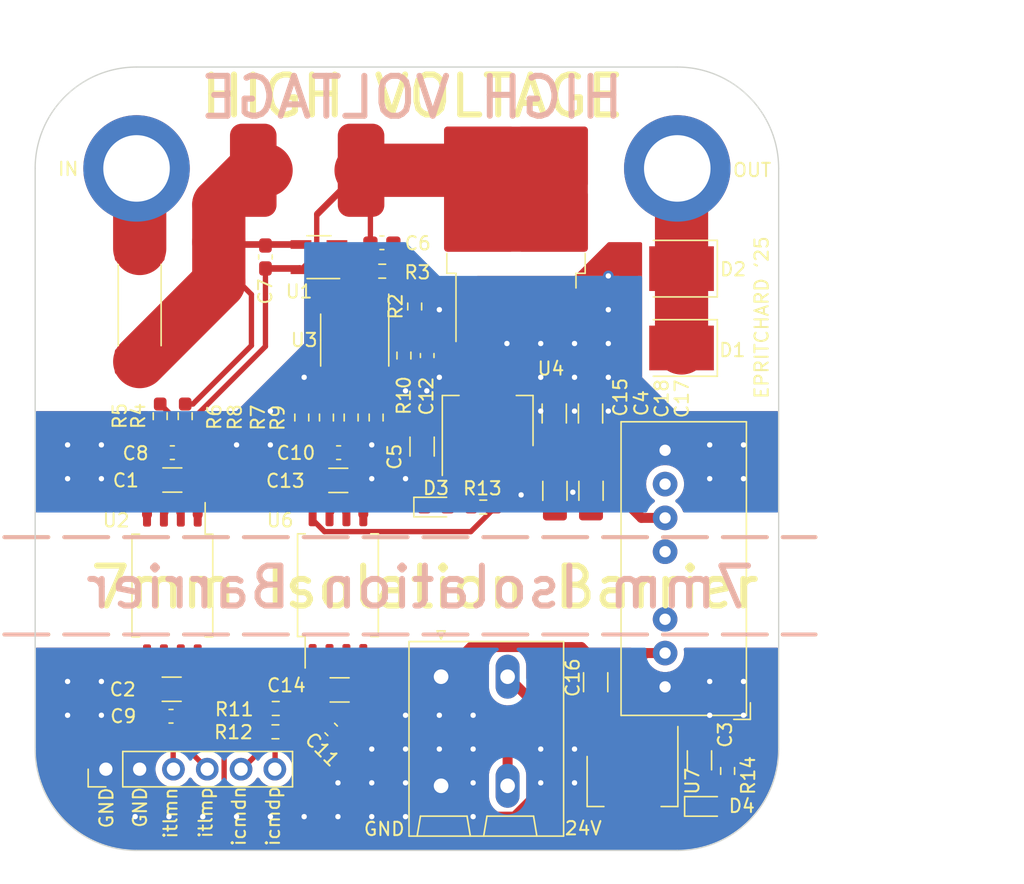
<source format=kicad_pcb>
(kicad_pcb (version 20221018) (generator pcbnew)
  (layers (0 "F.Cu" signal) (31 "B.Cu" signal) (34 "B.Paste" user) (35 "F.Paste" user) (36 "B.SilkS" user "B.Silkscreen") (37 "F.SilkS" user "F.Silkscreen") (38 "B.Mask" user) (39 "F.Mask" user) (44 "Edge.Cuts" user))
  (net 0 "")
  (net 1 "/iso_5v")
  (net 2 "/iso_gnd")
  (net 3 "+5V")
  (net 4 "GND")
  (net 5 "+24V")
  (net 6 "/iso_12v")
  (net 7 "/R_SHUNT_LS")
  (net 8 "/R_SHUNT_HS")
  (net 9 "/i_tlm_p")
  (net 10 "/i_tlm_n")
  (net 11 "/i_cmd_single_iso")
  (net 12 "/to_eload")
  (net 13 "/from_dut")
  (net 17 "/i_cmd_p")
  (net 18 "/i_cmd_n")
  (net 19 "/r_c_gate")
  (net 20 "/R_SHUNT_HS_prebuf")
  (net 21 "/R_SHUNT_LS_prebuf")
  (net 22 "/i_cmd_p_iso_prebuf")
  (net 23 "/i_cmd_n_iso_prebuf")
  (net 24 "/i_cmd_p_prebuf")
  (net 25 "/i_cmd_n_prebuf")
  (net 26 "/5v_on")
  (net 27 "/to_gate")
  (net 28 "/gate")
  (net 29 "/i_cmd_p_iso")
  (net 30 "/i_cmd_n_iso")
  (net 31 "/i_cmd_buf")
  (net 32 "/i_fb")
  (net 33 "/24v_on")
  (footprint "Capacitor_SMD:C_1206_3216Metric_Pad1.33x1.80mm_HandSolder" (layer "F.Cu") (at 59.384398 47.093 -90)
    (fp_text reference "C18")
    (fp_text value "10")
  )
  (footprint "Resistor_SMD:R_0603_1608Metric_Pad0.98x0.95mm_HandSolder" (layer "F.Cu") (at 44.068198 41.580295 90)
    (fp_text reference "R7")
    (fp_text value "R")
  )
  (footprint "Connector_PinHeader_2.54mm:PinHeader_1x06_P2.54mm_Vertical" (layer "F.Cu") (at 25.633975 68.011322 90)
    (fp_text reference "J1" hide)
    (fp_text value "Conn_01x06_Socket")
  )
  (footprint "178-009-613R571:4527" (layer "F.Cu") (at 34.965399 19.471225)
    (fp_text reference "R1" hide)
    (fp_text value "~")
  )
  (footprint "Package_TO_SOT_SMD:TO-263-6" (layer "F.Cu") (at 56.458119 25.91759 90)
    (fp_text reference "U5" hide)
    (fp_text value "~")
  )
  (footprint "Capacitor_SMD:C_1206_3216Metric_Pad1.33x1.80mm_HandSolder" (layer "F.Cu") (at 62.096168 47.08817 -90)
    (fp_text reference "C17")
    (fp_text value "10")
  )
  (footprint "Resistor_SMD:R_0603_1608Metric_Pad0.98x0.95mm_HandSolder" (layer "F.Cu") (at 48.845724 33.236446 90)
    (fp_text reference "R2")
    (fp_text value "R")
  )
  (footprint "Resistor_SMD:R_0603_1608Metric_Pad0.98x0.95mm_HandSolder" (layer "F.Cu") (at 40.359798 41.5812 -90)
    (fp_text reference "R8")
    (fp_text value "R")
  )
  (footprint "Diode_SMD:D_PowerDI-5" (layer "F.Cu") (at 67.781641 30.392302 180)
    (fp_text reference "D2")
    (fp_text value "D_Schottky")
  )
  (footprint "Resistor_SMD:R_0603_1608Metric_Pad0.98x0.95mm_HandSolder" (layer "F.Cu") (at 72.364585 68.146106 -90)
    (fp_text reference "R14")
    (fp_text value "R")
  )
  (footprint "Capacitor_SMD:C_0603_1608Metric_Pad1.08x0.95mm_HandSolder" (layer "F.Cu") (at 49.785515 36.922631 -90)
    (fp_text reference "C12")
    (fp_text value "C")
  )
  (footprint "Capacitor_SMD:C_0603_1608Metric_Pad1.08x0.95mm_HandSolder" (layer "F.Cu") (at 30.631598 44.2228 180)
    (fp_text reference "C8")
    (fp_text value "C")
  )
  (footprint "Diode_SMD:D_PowerDI-5" (layer "F.Cu") (at 67.781641 36.35496 180)
    (fp_text reference "D1")
    (fp_text value "D_Schottky")
  )
  (footprint "Capacitor_SMD:C_0603_1608Metric_Pad1.08x0.95mm_HandSolder" (layer "F.Cu") (at 46.379598 28.4494)
    (fp_text reference "C6")
    (fp_text value "C")
  )
  (footprint "Resistor_SMD:R_0603_1608Metric_Pad0.98x0.95mm_HandSolder" (layer "F.Cu") (at 31.596798 41.4796 -90)
    (fp_text reference "R4")
    (fp_text value "R")
  )
  (footprint "LED_SMD:LED_0603_1608Metric_Pad1.05x0.95mm_HandSolder" (layer "F.Cu") (at 50.443598 48.3122)
    (fp_text reference "D3")
    (fp_text value "LED")
  )
  (footprint "Capacitor_SMD:C_0603_1608Metric_Pad1.08x0.95mm_HandSolder" (layer "F.Cu") (at 42.569598 65.0254 -45)
    (fp_text reference "C11")
    (fp_text value "C")
  )
  (footprint "LED_SMD:LED_0603_1608Metric_Pad1.05x0.95mm_HandSolder" (layer "F.Cu") (at 70.793661 70.810843)
    (fp_text reference "D4")
    (fp_text value "LED")
  )
  (footprint "Package_TO_SOT_SMD:SOT-223-3_TabPin2" (layer "F.Cu") (at 54.329798 41.8352 90)
    (fp_text reference "U4")
    (fp_text value "AMS1117-5.0")
  )
  (footprint "Capacitor_SMD:C_0603_1608Metric_Pad1.08x0.95mm_HandSolder" (layer "F.Cu") (at 43.128398 44.2228)
    (fp_text reference "C10")
    (fp_text value "C")
  )
  (footprint "Package_SO:SOIC-8_7.5x5.85mm_P1.27mm" (layer "F.Cu") (at 30.631598 54.205 -90)
    (fp_text reference "U2")
    (fp_text value "AMC1100DWV")
  )
  (footprint "Resistor_SMD:R_0603_1608Metric_Pad0.98x0.95mm_HandSolder" (layer "F.Cu") (at 48.03604 36.922631 -90)
    (fp_text reference "R10")
    (fp_text value "R")
  )
  (footprint "Capacitor_SMD:C_1206_3216Metric_Pad1.33x1.80mm_HandSolder" (layer "F.Cu") (at 43.204598 62.0536)
    (fp_text reference "C14")
    (fp_text value "10")
  )
  (footprint "Resistor_SMD:R_0603_1608Metric_Pad0.98x0.95mm_HandSolder" (layer "F.Cu") (at 42.213998 41.5812 90)
    (fp_text reference "R6")
    (fp_text value "R")
  )
  (footprint "Package_TO_SOT_SMD:SOT-23-5_HandSoldering" (layer "F.Cu") (at 41.652121 29.527356 180)
    (fp_text reference "U1")
    (fp_text value "~")
  )
  (footprint "Capacitor_SMD:C_1206_3216Metric_Pad1.33x1.80mm_HandSolder" (layer "F.Cu") (at 59.333598 41.2764 90)
    (fp_text reference "C15")
    (fp_text value "10")
  )
  (footprint "Package_SO:SOIC-8_3.9x4.9mm_P1.27mm" (layer "F.Cu") (at 44.33722 35.761664 -90)
    (fp_text reference "U3")
    (fp_text value "LM358")
  )
  (footprint "Capacitor_SMD:C_1206_3216Metric_Pad1.33x1.80mm_HandSolder" (layer "F.Cu") (at 30.631598 46.2802 180)
    (fp_text reference "C1")
    (fp_text value "10")
  )
  (footprint "Capacitor_SMD:C_1206_3216Metric_Pad1.33x1.80mm_HandSolder" (layer "F.Cu") (at 62.061018 41.280374 90)
    (fp_text reference "C4")
    (fp_text value "10")
  )
  (footprint "Package_TO_SOT_SMD:SOT-223-3_TabPin2" (layer "F.Cu") (at 65.215489 68.908813 -90)
    (fp_text reference "U7")
    (fp_text value "AMS1117-5.0")
  )
  (footprint "Resistor_SMD:R_0603_1608Metric_Pad0.98x0.95mm_HandSolder" (layer "F.Cu") (at 38.378598 65.2032)
    (fp_text reference "R12")
    (fp_text value "R")
  )
  (footprint "Converter_DCDC:Converter_DCDC_XP_POWER-ITxxxxxS_THT" (layer "F.Cu") (at 67.664798 61.825 180)
    (fp_text reference "PS1" hide)
    (fp_text value "ITQ2412S")
  )
  (footprint "Capacitor_SMD:C_1206_3216Metric_Pad1.33x1.80mm_HandSolder" (layer "F.Cu") (at 49.402198 43.7656 -90)
    (fp_text reference "C5")
    (fp_text value "10")
  )
  (footprint "Resistor_SMD:R_0603_1608Metric_Pad0.98x0.95mm_HandSolder" (layer "F.Cu") (at 29.717198 41.4796 -90)
    (fp_text reference "R5")
    (fp_text value "R")
  )
  (footprint "Resistor_SMD:R_0603_1608Metric_Pad0.98x0.95mm_HandSolder" (layer "F.Cu") (at 46.404998 30.583)
    (fp_text reference "R3")
    (fp_text value "R")
  )
  (footprint "Capacitor_SMD:C_0603_1608Metric_Pad1.08x0.95mm_HandSolder" (layer "F.Cu") (at 37.628328 29.515693 -90)
    (fp_text reference "C7")
    (fp_text value "C")
  )
  (footprint "Resistor_SMD:R_0603_1608Metric_Pad0.98x0.95mm_HandSolder" (layer "F.Cu") (at 53.999598 48.3122 180)
    (fp_text reference "R13")
    (fp_text value "R")
  )
  (footprint "Resistor_SMD:R_0603_1608Metric_Pad0.98x0.95mm_HandSolder" (layer "F.Cu") (at 45.947798 41.5812 -90)
    (fp_text reference "R9")
    (fp_text value "R")
  )
  (footprint "Capacitor_SMD:C_1206_3216Metric_Pad1.33x1.80mm_HandSolder" (layer "F.Cu") (at 62.447327 61.474454 90)
    (fp_text reference "C16")
    (fp_text value "10")
  )
  (footprint "Capacitor_SMD:C_1206_3216Metric_Pad1.33x1.80mm_HandSolder" (layer "F.Cu") (at 70.248512 67.346313 90)
    (fp_text reference "C3")
    (fp_text value "10")
  )
  (footprint "Capacitor_SMD:C_0603_1608Metric_Pad1.08x0.95mm_HandSolder" (layer "F.Cu") (at 30.529998 64.0348 180)
    (fp_text reference "C9")
    (fp_text value "C")
  )
  (footprint "Capacitor_SMD:C_1206_3216Metric_Pad1.33x1.80mm_HandSolder" (layer "F.Cu") (at 43.102998 46.3056)
    (fp_text reference "C13")
    (fp_text value "10")
  )
  (footprint "Resistor_SMD:R_0603_1608Metric_Pad0.98x0.95mm_HandSolder" (layer "F.Cu") (at 38.403998 63.4506)
    (fp_text reference "R11")
    (fp_text value "R")
  )
  (footprint "Capacitor_SMD:C_1206_3216Metric_Pad1.33x1.80mm_HandSolder" (layer "F.Cu") (at 30.580798 62.0028 180)
    (fp_text reference "C2")
    (fp_text value "10")
  )
  (footprint "Package_SO:SOIC-8_7.5x5.85mm_P1.27mm" (layer "F.Cu") (at 43.078403 54.1796 90)
    (fp_text reference "U6")
    (fp_text value "AMC1100DWV")
  )
  (footprint "Fuse:Fuse_Schurter_UMT250" (layer "F.Cu") (at 28.177556 33.128628 -90)
    (fp_text reference "F1" hide)
    (fp_text value "Fuse")
  )
  (footprint "Connector_Phoenix_SPT:PhoenixContact_SPT_2.5_2-H-5.0_1x02_P5.0mm_Horizontal" (layer "F.Cu") (at 50.828198 61.0605)
    (fp_text reference "J2" hide)
    (fp_text value "Conn_01x02")
  )
  (gr_line (start 18.007798 57.888) (end 78.967798 57.888) (stroke (width 0.3) (type dash)) (layer "B.SilkS"))
  (gr_line (start 18.007798 50.5728) (end 78.967798 50.5728) (stroke (width 0.3) (type dash)) (layer "B.SilkS"))
  (gr_line (start 18.007798 50.5728) (end 78.967798 50.5728) (stroke (width 0.3) (type dash)) (layer "F.SilkS"))
  (gr_line (start 18.007798 57.888) (end 78.967798 57.888) (stroke (width 0.3) (type dash)) (layer "F.SilkS"))
  (gr_line (start 76.2 66.4986) (end 76.2 22.86) (stroke (width 0.1)) (layer "Edge.Cuts"))
  (gr_arc (start 68.58 15.24) (mid 73.968154 17.471846) (end 76.2 22.86) (stroke (width 0.1)) (layer "Edge.Cuts"))
  (gr_arc (start 76.2 66.4986) (mid 73.968154 71.886754) (end 68.58 74.1186) (stroke (width 0.1)) (layer "Edge.Cuts"))
  (gr_line (start 27.94 74.1186) (end 68.58 74.1186) (stroke (width 0.1)) (layer "Edge.Cuts"))
  (gr_arc (start 27.94 74.1186) (mid 22.551846 71.886754) (end 20.32 66.4986) (stroke (width 0.1)) (layer "Edge.Cuts"))
  (gr_line (start 20.32 22.86) (end 20.32 66.4986) (stroke (width 0.1)) (layer "Edge.Cuts"))
  (gr_line (start 68.58 15.24) (end 27.94 15.24) (stroke (width 0.1)) (layer "Edge.Cuts"))
  (gr_arc (start 20.32 22.86) (mid 22.551846 17.471846) (end 27.94 15.24) (stroke (width 0.1)) (layer "Edge.Cuts"))
  (gr_text "7mm Isolation Barrier" (at 74.620325 56.101719) (layer "B.SilkS") (effects (font (size 3 3) (thickness 0.45)) (justify left bottom mirror)))
  (gr_text "HIGH VOLTAGE" (at 64.784422 19.290566) (layer "B.SilkS") (effects (font (size 3 3) (thickness 0.45)) (justify left bottom mirror)))
  (gr_text "itlmp" (at 33.721274 73.280945 90) (layer "F.SilkS") (effects (font (size 1 1)) (justify left bottom)))
  (gr_text "icmdn" (at 36.216091 73.882636 90) (layer "F.SilkS") (effects (font (size 1 1)) (justify left bottom)))
  (gr_text "GND" (at 26.266174 72.547176 90) (layer "F.SilkS") (effects (font (size 1 1)) (justify left bottom)))
  (gr_text "icmdp" (at 38.784285 73.882636 90) (layer "F.SilkS") (effects (font (size 1 1)) (justify left bottom)))
  (gr_text "EPRITCHARD '25" (at 75.50755 40.258754 90) (layer "F.SilkS") (effects (font (size 1 1)) (justify left bottom)))
  (gr_text "itlmn" (at 31.079703 73.310296 90) (layer "F.SilkS") (effects (font (size 1 1)) (justify left bottom)))
  (gr_text "HIGH VOLTAGE" (at 32.540746 19.191507) (layer "F.SilkS") (effects (font (size 3 3) (thickness 0.45)) (justify left bottom)))
  (gr_text "24V" (at 60.038198 73.0405) (layer "F.SilkS") (effects (font (size 1 1)) (justify left bottom)))
  (gr_text "GND" (at 28.790341 72.503149 90) (layer "F.SilkS") (effects (font (size 1 1)) (justify left bottom)))
  (gr_text "7mm Isolation Barrier" (at 24.248867 56.101719) (layer "F.SilkS") (effects (font (size 3 3) (thickness 0.45)) (justify left bottom)))
  (gr_text "GND" (at 44.934234 73.094991) (layer "F.SilkS") (effects (font (size 1 1)) (justify left bottom)))
  (gr_text "OUT" (at 72.675917 23.569238) (layer "F.SilkS") (effects (font (size 1 1)) (justify left bottom)))
  (gr_text "IN" (at 21.945748 23.486572) (layer "F.SilkS") (effects (font (size 1 1)) (justify left bottom)))
  (segment (start 54.329798 47.7299) (end 54.912098 48.3122) (width 0.75) (layer "F.Cu") (net 1))
  (segment (start 54.329798 44.9852) (end 54.329798 42.2408) (width 0.75) (layer "F.Cu") (net 1))
  (segment (start 54.292098 42.2031) (end 54.329798 42.1654) (width 0.75) (layer "F.Cu") (net 1))
  (segment (start 53.069698 50.1546) (end 54.912098 48.3122) (width 0.4) (layer "F.Cu") (net 1))
  (segment (start 41.515098 46.2802) (end 41.540498 46.3056) (width 0.75) (layer "F.Cu") (net 1))
  (segment (start 42.065586 50.1546) (end 53.069698 50.1546) (width 0.4) (layer "F.Cu") (net 1))
  (segment (start 54.329798 42.2408) (end 54.292098 42.2031) (width 0.75) (layer "F.Cu") (net 1))
  (segment (start 41.173403 49.262417) (end 42.065586 50.1546) (width 0.4) (layer "F.Cu") (net 1))
  (segment (start 54.329798 42.1654) (end 54.329798 38.6852) (width 0.75) (layer "F.Cu") (net 1))
  (segment (start 32.194098 46.2802) (end 41.515098 46.2802) (width 0.75) (layer "F.Cu") (net 1))
  (segment (start 41.173403 48.8546) (end 41.173403 49.262417) (width 0.4) (layer "F.Cu") (net 1))
  (segment (start 32.536598 48.88) (end 32.536598 46.6227) (width 0.75) (layer "F.Cu") (net 1))
  (segment (start 41.173403 46.672695) (end 41.540498 46.3056) (width 0.75) (layer "F.Cu") (net 1))
  (segment (start 32.536598 46.6227) (end 32.194098 46.2802) (width 0.75) (layer "F.Cu") (net 1))
  (segment (start 41.173403 48.8546) (end 41.173403 46.672695) (width 0.4) (layer "F.Cu") (net 1))
  (segment (start 54.329798 44.9852) (end 54.329798 47.7299) (width 0.75) (layer "F.Cu") (net 1))
  (segment (start 49.402198 42.2031) (end 54.292098 42.2031) (width 0.75) (layer "F.Cu") (net 1))
  (segment (start 63.397598 38.5586) (end 63.636001 38.5586) (width 0.75) (layer "F.Cu") (net 2))
  (segment (start 44.983403 46.623505) (end 44.665498 46.3056) (width 0.75) (layer "F.Cu") (net 2))
  (segment (start 59.333598 39.7139) (end 62.057044 39.7139) (width 0.75) (layer "F.Cu") (net 2))
  (segment (start 45.617598 46.1786) (end 44.792498 46.1786) (width 0.75) (layer "F.Cu") (net 2))
  (segment (start 45.617598 45.3535) (end 45.617598 46.1786) (width 0.75) (layer "F.Cu") (net 2))
  (segment (start 42.43222 31.741022) (end 41.822121 31.130923) (width 0.4) (layer "F.Cu") (net 2))
  (segment (start 62.476727 39.717874) (end 63.397598 38.797003) (width 0.75) (layer "F.Cu") (net 2))
  (segment (start 41.822121 31.130923) (end 41.822121 29.810884) (width 0.4) (layer "F.Cu") (net 2))
  (segment (start 41.822121 29.810884) (end 42.105649 29.527356) (width 0.4) (layer "F.Cu") (net 2))
  (segment (start 62.061018 39.717874) (end 63.337672 39.717874) (width 0.75) (layer "F.Cu") (net 2))
  (segment (start 53.918119 33.56759) (end 53.918119 35.769879) (width 0.75) (layer "F.Cu") (net 2))
  (segment (start 62.057044 39.7139) (end 62.061018 39.717874) (width 0.75) (layer "F.Cu") (net 2))
  (segment (start 42.105649 29.527356) (end 43.002121 29.527356) (width 0.4) (layer "F.Cu") (net 2))
  (segment (start 44.792498 46.1786) (end 44.665498 46.3056) (width 0.75) (layer "F.Cu") (net 2))
  (segment (start 63.397598 38.797003) (end 63.397598 38.5586) (width 0.75) (layer "F.Cu") (net 2))
  (segment (start 44.983403 48.8546) (end 44.983403 46.623505) (width 0.75) (layer "F.Cu") (net 2))
  (segment (start 49.402198 45.3281) (end 49.402198 48.1458) (width 0.75) (layer "F.Cu") (net 2))
  (segment (start 42.43222 33.286664) (end 42.43222 31.741022) (width 0.4) (layer "F.Cu") (net 2))
  (segment (start 59.333598 33.903069) (end 58.998119 33.56759) (width 0.75) (layer "F.Cu") (net 2))
  (segment (start 51.686898 45.3281) (end 52.029798 44.9852) (width 0.75) (layer "F.Cu") (net 2))
  (segment (start 63.337672 39.717874) (end 67.664798 44.045) (width 0.75) (layer "F.Cu") (net 2))
  (segment (start 49.402198 45.3281) (end 51.686898 45.3281) (width 0.75) (layer "F.Cu") (net 2))
  (segment (start 49.402198 45.3281) (end 45.642998 45.3281) (width 0.75) (layer "F.Cu") (net 2))
  (segment (start 28.726598 48.88) (end 28.726598 46.6227) (width 0.75) (layer "F.Cu") (net 2))
  (segment (start 59.333598 39.7139) (end 59.333598 33.903069) (width 0.75) (layer "F.Cu") (net 2))
  (segment (start 62.061018 39.717874) (end 62.476727 39.717874) (width 0.75) (layer "F.Cu") (net 2))
  (segment (start 49.402198 48.1458) (end 49.568598 48.3122) (width 0.75) (layer "F.Cu") (net 2))
  (segment (start 45.642998 45.3281) (end 45.617598 45.3535) (width 0.75) (layer "F.Cu") (net 2))
  (segment (start 63.636001 38.5586) (end 64.919641 37.27496) (width 0.75) (layer "F.Cu") (net 2))
  (segment (start 28.726598 46.6227) (end 29.069098 46.2802) (width 0.75) (layer "F.Cu") (net 2))
  (via (at 58.317598 38.5586) (size 0.8) (drill 0.4) (layers "F.Cu" "B.Cu") (net 2))
  (via (at 71.017598 46.1786) (size 0.8) (drill 0.4) (layers "F.Cu" "B.Cu") (net 2))
  (via (at 60.857598 36.0186) (size 0.8) (drill 0.4) (layers "F.Cu" "B.Cu") (net 2))
  (via (at 71.017598 43.6386) (size 0.8) (drill 0.4) (layers "F.Cu" "B.Cu") (net 2))
  (via (at 58.317598 41.0986) (size 0.8) (drill 0.4) (layers "F.Cu" "B.Cu") (net 2))
  (via (at 63.397598 38.5586) (size 0.8) (drill 0.4) (layers "F.Cu" "B.Cu") (net 2))
  (via (at 35.457598 43.6386) (size 0.8) (drill 0.4) (layers "F.Cu" "B.Cu") (net 2))
  (via (at 45.617598 43.6386) (size 0.8) (drill 0.4) (layers "F.Cu" "B.Cu") (net 2))
  (via (at 37.997598 41.0986) (size 0.8) (drill 0.4) (layers "F.Cu" "B.Cu") (net 2))
  (via (at 55.777598 36.0186) (size 0.8) (drill 0.4) (layers "F.Cu" "B.Cu") (net 2))
  (via (at 60.857598 41.0986) (size 0.8) (drill 0.4) (layers "F.Cu" "B.Cu") (net 2))
  (via (at 63.397598 30.9386) (size 0.8) (drill 0.4) (layers "F.Cu" "B.Cu") (net 2))
  (via (at 40.537598 38.5586) (size 0.8) (drill 0.4) (layers "F.Cu" "B.Cu") (net 2))
  (via (at 60.857598 38.5586) (size 0.8) (drill 0.4) (layers "F.Cu" "B.Cu") (net 2))
  (via (at 22.757598 46.1786) (size 0.8) (drill 0.4) (layers "F.Cu" "B.Cu") (net 2))
  (via (at 60.730598 47.1946) (size 0.8) (drill 0.4) (layers "F.Cu" "B.Cu") (net 2))
  (via (at 49.757798 39.5746) (size 0.8) (drill 0.4) (layers "F.Cu" "B.Cu") (net 2))
  (via (at 50.697598 38.5586) (size 0.8) (drill 0.4) (layers "F.Cu" "B.Cu") (net 2))
  (via (at 63.397598 36.0186) (size 0.8) (drill 0.4) (layers "F.Cu" "B.Cu") (net 2))
  (via (at 48.157598 39.5746) (size 0.8) (drill 0.4) (layers "F.Cu" "B.Cu") (net 2))
  (via (at 73.557598 43.6386) (size 0.8) (drill 0.4) (layers "F.Cu" "B.Cu") (net 2))
  (via (at 22.757598 43.6386) (size 0.8) (drill 0.4) (layers "F.Cu" "B.Cu") (net 2))
  (via (at 37.997598 43.6386) (size 0.8) (drill 0.4) (layers "F.Cu" "B.Cu") (net 2))
  (via (at 56.844398 47.3978) (size 0.8) (drill 0.4) (layers "F.Cu" "B.Cu") (net 2))
  (via (at 63.397598 33.4786) (size 0.8) (drill 0.4) (layers "F.Cu" "B.Cu") (net 2))
  (via (at 73.557598 46.1786) (size 0.8) (drill 0.4) (layers "F.Cu" "B.Cu") (net 2))
  (via (at 25.297598 43.6386) (size 0.8) (drill 0.4) (layers "F.Cu" "B.Cu") (net 2))
  (via (at 50.697598 33.4786) (size 0.8) (drill 0.4) (layers "F.Cu" "B.Cu") (net 2))
  (via (at 58.317598 36.0186) (size 0.8) (drill 0.4) (layers "F.Cu" "B.Cu") (net 2))
  (via (at 48.157598 46.1786) (size 0.8) (drill 0.4) (layers "F.Cu" "B.Cu") (net 2))
  (via (at 45.617598 46.1786) (size 0.8) (drill 0.4) (layers "F.Cu" "B.Cu") (net 2))
  (via (at 63.397598 41.0986) (size 0.8) (drill 0.4) (layers "F.Cu" "B.Cu") (net 2))
  (via (at 25.297598 46.1786) (size 0.8) (drill 0.4) (layers "F.Cu" "B.Cu") (net 2))
  (segment (start 41.591298 62.0028) (end 41.642098 62.0536) (width 0.75) (layer "F.Cu") (net 3))
  (segment (start 32.536598 59.53) (end 32.536598 61.6095) (width 0.75) (layer "F.Cu") (net 3))
  (segment (start 65.215489 66.008813) (end 65.215489 65.758813) (width 0.4) (layer "F.Cu") (net 3))
  (segment (start 70.46593 67.7432) (end 66.949876 67.7432) (width 0.4) (layer "F.Cu") (net 3))
  (segment (start 72.079343 66.129787) (end 70.46593 67.7432) (width 0.4) (layer "F.Cu") (net 3))
  (segment (start 35.457598 62.0028) (end 41.591298 62.0028) (width 0.75) (layer "F.Cu") (net 3))
  (segment (start 64.895702 72.3786) (end 37.666227 72.3786) (width 0.4) (layer "F.Cu") (net 3))
  (segment (start 34.522398 62.0028) (end 35.457598 62.0028) (width 0.4) (layer "F.Cu") (net 3))
  (segment (start 41.173403 59.5046) (end 41.173403 61.584905) (width 0.75) (layer "F.Cu") (net 3))
  (segment (start 73.405198 66.129787) (end 72.079343 66.129787) (width 0.4) (layer "F.Cu") (net 3))
  (segment (start 34.522398 69.234771) (end 34.522398 62.0028) (width 0.4) (layer "F.Cu") (net 3))
  (segment (start 65.215489 72.058813) (end 71.847252 72.058813) (width 0.4) (layer "F.Cu") (net 3))
  (segment (start 41.173403 61.584905) (end 41.642098 62.0536) (width 0.75) (layer "F.Cu") (net 3))
  (segment (start 73.405198 70.500867) (end 73.405198 66.129787) (width 0.4) (layer "F.Cu") (net 3))
  (segment (start 32.143298 62.0028) (end 35.457598 62.0028) (width 0.75) (layer "F.Cu") (net 3))
  (segment (start 65.215489 72.058813) (end 64.895702 72.3786) (width 0.4) (layer "F.Cu") (net 3))
  (segment (start 66.949876 67.7432) (end 65.215489 66.008813) (width 0.4) (layer "F.Cu") (net 3))
  (segment (start 37.666227 72.3786) (end 34.522398 69.234771) (width 0.4) (layer "F.Cu") (net 3))
  (segment (start 71.847252 72.058813) (end 73.405198 70.500867) (width 0.4) (layer "F.Cu") (net 3))
  (segment (start 32.536598 61.6095) (end 32.143298 62.0028) (width 0.75) (layer "F.Cu") (net 3))
  (segment (start 28.726598 59.53) (end 28.726598 61.7111) (width 0.75) (layer "F.Cu") (net 4))
  (segment (start 67.515489 65.758813) (end 70.223512 65.758813) (width 0.75) (layer "F.Cu") (net 4))
  (segment (start 50.828198 64.0892) (end 50.697598 63.9586) (width 0.75) (layer "F.Cu") (net 4))
  (segment (start 53.053198 58.8355) (end 61.370873 58.8355) (width 0.75) (layer "F.Cu") (net 4))
  (segment (start 67.664798 61.825) (end 67.664798 65.609504) (width 0.75) (layer "F.Cu") (net 4))
  (segment (start 50.828198 61.0605) (end 45.760198 61.0605) (width 0.75) (layer "F.Cu") (net 4))
  (segment (start 50.828198 61.0605) (end 53.053198 58.8355) (width 0.75) (layer "F.Cu") (net 4))
  (segment (start 50.828198 66.6292) (end 50.697598 66.4986) (width 0.75) (layer "F.Cu") (net 4))
  (segment (start 69.918661 70.810843) (end 68.966631 69.858813) (width 0.75) (layer "F.Cu") (net 4))
  (segment (start 56.346063 71.5786) (end 53.237598 71.5786) (width 0.75) (layer "F.Cu") (net 4))
  (segment (start 44.983403 59.5046) (end 44.983403 61.837295) (width 0.75) (layer "F.Cu") (net 4))
  (segment (start 50.697598 66.4986) (end 50.828198 66.368) (width 0.75) (layer "F.Cu") (net 4))
  (segment (start 68.966631 69.858813) (end 58.06585 69.858813) (width 0.75) (layer "F.Cu") (net 4))
  (segment (start 50.697598 63.9586) (end 50.828198 63.828) (width 0.75) (layer "F.Cu") (net 4))
  (segment (start 50.828198 63.828) (end 50.828198 61.0605) (width 0.75) (layer "F.Cu") (net 4))
  (segment (start 53.237598 71.5786) (end 53.146298 71.5786) (width 0.75) (layer "F.Cu") (net 4))
  (segment (start 44.983403 61.837295) (end 44.767098 62.0536) (width 0.75) (layer "F.Cu") (net 4))
  (segment (start 28.726598 61.7111) (end 29.018298 62.0028) (width 0.75) (layer "F.Cu") (net 4))
  (segment (start 67.664798 65.609504) (end 67.515489 65.758813) (width 0.75) (layer "F.Cu") (net 4))
  (segment (start 50.828198 66.368) (end 50.828198 64.0892) (width 0.75) (layer "F.Cu") (net 4))
  (segment (start 61.370873 58.8355) (end 62.447327 59.911954) (width 0.75) (layer "F.Cu") (net 4))
  (segment (start 58.06585 69.858813) (end 56.346063 71.5786) (width 0.75) (layer "F.Cu") (net 4))
  (segment (start 50.828198 69.2605) (end 50.828198 66.6292) (width 0.75) (layer "F.Cu") (net 4))
  (segment (start 53.146298 71.5786) (end 50.828198 69.2605) (width 0.75) (layer "F.Cu") (net 4))
  (segment (start 45.760198 61.0605) (end 44.767098 62.0536) (width 0.75) (layer "F.Cu") (net 4))
  (segment (start 70.223512 65.758813) (end 70.248512 65.783813) (width 0.75) (layer "F.Cu") (net 4))
  (via (at 45.617598 69.0386) (size 0.8) (drill 0.4) (layers "F.Cu" "B.Cu") (net 4))
  (via (at 48.157598 71.5786) (size 0.8) (drill 0.4) (layers "F.Cu" "B.Cu") (net 4))
  (via (at 45.617598 71.5786) (size 0.8) (drill 0.4) (layers "F.Cu" "B.Cu") (net 4))
  (via (at 53.237598 63.9586) (size 0.8) (drill 0.4) (layers "F.Cu" "B.Cu") (net 4))
  (via (at 53.237598 69.0386) (size 0.8) (drill 0.4) (layers "F.Cu" "B.Cu") (net 4))
  (via (at 25.297598 61.4186) (size 0.8) (drill 0.4) (layers "F.Cu" "B.Cu") (net 4))
  (via (at 58.317598 69.0386) (size 0.8) (drill 0.4) (layers "F.Cu" "B.Cu") (net 4))
  (via (at 53.237598 66.4986) (size 0.8) (drill 0.4) (layers "F.Cu" "B.Cu") (net 4))
  (via (at 25.297598 63.9586) (size 0.8) (drill 0.4) (layers "F.Cu" "B.Cu") (net 4))
  (via (at 37.997598 71.5786) (size 0.8) (drill 0.4) (layers "F.Cu" "B.Cu") (net 4))
  (via (at 50.697598 66.4986) (size 0.8) (drill 0.4) (layers "F.Cu" "B.Cu") (net 4))
  (via (at 30.377598 71.5786) (size 0.8) (drill 0.4) (layers "F.Cu" "B.Cu") (net 4))
  (via (at 32.917598 71.5786) (size 0.8) (drill 0.4) (layers "F.Cu" "B.Cu") (net 4))
  (via (at 73.557598 63.9586) (size 0.8) (drill 0.4) (layers "F.Cu" "B.Cu") (net 4))
  (via (at 40.537598 71.5786) (size 0.8) (drill 0.4) (layers "F.Cu" "B.Cu") (net 4))
  (via (at 71.017598 63.9586) (size 0.8) (drill 0.4) (layers "F.Cu" "B.Cu") (net 4))
  (via (at 73.557598 61.4186) (size 0.8) (drill 0.4) (layers "F.Cu" "B.Cu") (net 4))
  (via (at 43.077598 71.5786) (size 0.8) (drill 0.4) (layers "F.Cu" "B.Cu") (net 4))
  (via (at 43.077598 69.0386) (size 0.8) (drill 0.4) (layers "F.Cu" "B.Cu") (net 4))
  (via (at 50.697598 63.9586) (size 0.8) (drill 0.4) (layers "F.Cu" "B.Cu") (net 4))
  (via (at 71.017598 61.4186) (size 0.8) (drill 0.4) (layers "F.Cu" "B.Cu") (net 4))
  (via (at 48.157598 69.0386) (size 0.8) (drill 0.4) (layers "F.Cu" "B.Cu") (net 4))
  (via (at 60.857598 66.4986) (size 0.8) (drill 0.4) (layers "F.Cu" "B.Cu") (net 4))
  (via (at 35.457598 71.5786) (size 0.8) (drill 0.4) (layers "F.Cu" "B.Cu") (net 4))
  (via (at 58.317598 66.4986) (size 0.8) (drill 0.4) (layers "F.Cu" "B.Cu") (net 4))
  (via (at 60.857598 69.0386) (size 0.8) (drill 0.4) (layers "F.Cu" "B.Cu") (net 4))
  (via (at 45.617598 66.4986) (size 0.8) (drill 0.4) (layers "F.Cu" "B.Cu") (net 4))
  (via (at 22.757598 61.4186) (size 0.8) (drill 0.4) (layers "F.Cu" "B.Cu") (net 4))
  (via (at 48.157598 66.4986) (size 0.8) (drill 0.4) (layers "F.Cu" "B.Cu") (net 4))
  (via (at 53.237598 71.5786) (size 0.8) (drill 0.4) (layers "F.Cu" "B.Cu") (net 4))
  (via (at 22.757598 63.9586) (size 0.8) (drill 0.4) (layers "F.Cu" "B.Cu") (net 4))
  (via (at 48.157598 63.9586) (size 0.8) (drill 0.4) (layers "F.Cu" "B.Cu") (net 4))
  (via (at 27.837598 71.5786) (size 0.8) (drill 0.4) (layers "F.Cu" "B.Cu") (net 4))
  (segment (start 62.915489 67.508813) (end 64.315489 68.908813) (width 0.75) (layer "F.Cu") (net 5))
  (segment (start 57.804652 63.036954) (end 55.828198 61.0605) (width 0.75) (layer "F.Cu") (net 5))
  (segment (start 55.828198 69.2605) (end 55.828198 65.013408) (width 0.75) (layer "F.Cu") (net 5))
  (segment (start 62.447327 63.036954) (end 62.447327 65.290651) (width 0.75) (layer "F.Cu") (net 5))
  (segment (start 62.447327 63.036954) (end 66.199281 59.285) (width 0.75) (layer "F.Cu") (net 5))
  (segment (start 64.315489 68.908813) (end 70.248512 68.908813) (width 0.75) (layer "F.Cu") (net 5))
  (segment (start 66.199281 59.285) (end 67.664798 59.285) (width 0.75) (layer "F.Cu") (net 5))
  (segment (start 62.447327 63.036954) (end 57.804652 63.036954) (width 0.75) (layer "F.Cu") (net 5))
  (segment (start 62.447327 65.290651) (end 62.915489 65.758813) (width 0.75) (layer "F.Cu") (net 5))
  (segment (start 62.915489 65.758813) (end 62.915489 67.508813) (width 0.75) (layer "F.Cu") (net 5))
  (segment (start 55.828198 65.013408) (end 57.804652 63.036954) (width 0.75) (layer "F.Cu") (net 5))
  (segment (start 70.248512 68.908813) (end 70.689378 68.908813) (width 0.75) (layer "F.Cu") (net 5))
  (segment (start 70.689378 68.908813) (end 72.364585 67.233606) (width 0.75) (layer "F.Cu") (net 5))
  (segment (start 56.554798 37.3602) (end 56.629798 37.4352) (width 0.25) (layer "F.Cu") (net 6))
  (segment (start 45.477303 41.4812) (end 46.418293 41.4812) (width 0.25) (layer "F.Cu") (net 6))
  (segment (start 44.34722 39.663822) (end 45.01722 40.333822) (width 0.25) (layer "F.Cu") (net 6))
  (segment (start 46.785998 41.462573) (end 47.149971 41.0986) (width 0.25) (layer "F.Cu") (net 6))
  (segment (start 57.187298 44.9852) (end 59.333598 42.8389) (width 0.75) (layer "F.Cu") (net 6))
  (segment (start 59.384398 42.8897) (end 59.333598 42.8389) (width 0.75) (layer "F.Cu") (net 6))
  (segment (start 67.664798 49.125) (end 65.886798 49.125) (width 0.75) (layer "F.Cu") (net 6))
  (segment (start 62.292298 45.5305) (end 59.384398 45.5305) (width 0.75) (layer "F.Cu") (net 6))
  (segment (start 46.785998 38.780442) (end 46.24222 38.236664) (width 0.25) (layer "F.Cu") (net 6))
  (segment (start 46.785998 41.113495) (end 46.785998 38.780442) (width 0.25) (layer "F.Cu") (net 6))
  (segment (start 59.384398 45.5305) (end 57.175098 45.5305) (width 0.75) (layer "F.Cu") (net 6))
  (segment (start 45.01722 41.021117) (end 45.477303 41.4812) (width 0.25) (layer "F.Cu") (net 6))
  (segment (start 57.175098 45.5305) (end 56.629798 44.9852) (width 0.75) (layer "F.Cu") (net 6))
  (segment (start 44.32722 28.872455) (end 44.32722 34.308415) (width 0.25) (layer "F.Cu") (net 6))
  (segment (start 59.384398 45.5305) (end 59.384398 42.8897) (width 0.75) (layer "F.Cu") (net 6))
  (segment (start 46.418293 41.4812) (end 46.785998 41.113495) (width 0.25) (layer "F.Cu") (net 6))
  (segment (start 44.032121 28.577356) (end 44.32722 28.872455) (width 0.25) (layer "F.Cu") (net 6))
  (segment (start 56.629798 44.9852) (end 57.187298 44.9852) (width 0.75) (layer "F.Cu") (net 6))
  (segment (start 45.01722 40.333822) (end 45.01722 41.021117) (width 0.25) (layer "F.Cu") (net 6))
  (segment (start 43.002121 28.577356) (end 44.032121 28.577356) (width 0.25) (layer "F.Cu") (net 6))
  (segment (start 46.785998 41.113495) (end 46.785998 41.462573) (width 0.25) (layer "F.Cu") (net 6))
  (segment (start 44.34722 34.328415) (end 44.34722 39.663822) (width 0.25) (layer "F.Cu") (net 6))
  (segment (start 52.104798 39.6914) (end 52.104798 37.3602) (width 0.25) (layer "F.Cu") (net 6))
  (segment (start 44.32722 34.308415) (end 44.34722 34.328415) (width 0.25) (layer "F.Cu") (net 6))
  (segment (start 62.096168 42.878024) (end 62.061018 42.842874) (width 0.75) (layer "F.Cu") (net 6))
  (segment (start 47.149971 41.0986) (end 50.697598 41.0986) (width 0.25) (layer "F.Cu") (net 6))
  (segment (start 59.337572 42.842874) (end 59.333598 42.8389) (width 0.75) (layer "F.Cu") (net 6))
  (segment (start 62.061018 42.842874) (end 59.337572 42.842874) (width 0.75) (layer "F.Cu") (net 6))
  (segment (start 56.629798 37.4352) (end 56.629798 44.9852) (width 0.25) (layer "F.Cu") (net 6))
  (segment (start 62.096168 45.52567) (end 62.096168 42.878024) (width 0.75) (layer "F.Cu") (net 6))
  (segment (start 52.104798 37.3602) (end 56.554798 37.3602) (width 0.25) (layer "F.Cu") (net 6))
  (segment (start 65.886798 49.125) (end 62.292298 45.5305) (width 0.75) (layer "F.Cu") (net 6))
  (segment (start 50.697598 41.0986) (end 52.104798 39.6914) (width 0.25) (layer "F.Cu") (net 6))
  (segment (start 55.039305 22.998776) (end 56.458119 24.41759) (width 4) (layer "F.Cu") (net 7))
  (segment (start 37.628328 30.378193) (end 40.202958 30.378193) (width 0.5) (layer "F.Cu") (net 7))
  (segment (start 30.654698 41.5046) (end 32.359198 41.5046) (width 0.4) (layer "F.Cu") (net 7))
  (segment (start 32.359198 41.5046) (end 37.628328 36.23547) (width 0.4) (layer "F.Cu") (net 7))
  (segment (start 44.814602 22.998776) (end 55.039305 22.998776) (width 4) (layer "F.Cu") (net 7))
  (segment (start 45.517098 28.4494) (end 45.517098 23.701272) (width 0.4) (layer "F.Cu") (net 7))
  (segment (start 45.517098 23.701272) (end 44.814602 22.998776) (width 0.4) (layer "F.Cu") (net 7))
  (segment (start 41.532121 26.281257) (end 44.814602 22.998776) (width 0.5) (layer "F.Cu") (net 7))
  (segment (start 37.628328 36.23547) (end 37.628328 30.378193) (width 0.4) (layer "F.Cu") (net 7))
  (segment (start 40.302121 30.477356) (end 41.477121 29.302356) (width 0.4) (layer "F.Cu") (net 7))
  (segment (start 40.202958 30.378193) (end 40.302121 30.477356) (width 0.5) (layer "F.Cu") (net 7))
  (segment (start 41.477121 29.302356) (end 41.482121 29.302356) (width 0.4) (layer "F.Cu") (net 7))
  (segment (start 29.717198 40.5671) (end 30.654698 41.5046) (width 0.4) (layer "F.Cu") (net 7))
  (segment (start 41.482121 29.302356) (end 41.482121 26.331257) (width 0.4) (layer "F.Cu") (net 7))
  (segment (start 41.482121 26.331257) (end 41.532121 26.281257) (width 0.4) (layer "F.Cu") (net 7))
  (segment (start 28.177556 37.378628) (end 34.121398 31.434786) (width 4) (layer "F.Cu") (net 8))
  (segment (start 34.300154 28.577356) (end 34.121398 28.3986) (width 0.5) (layer "F.Cu") (net 8))
  (segment (start 34.121398 31.434786) (end 34.121398 28.3986) (width 4) (layer "F.Cu") (net 8))
  (segment (start 36.575198 36.171) (end 36.575198 32.3356) (width 0.4) (layer "F.Cu") (net 8))
  (segment (start 34.121398 28.3986) (end 34.121398 25.589089) (width 4) (layer "F.Cu") (net 8))
  (segment (start 35.674384 31.434786) (end 34.121398 31.434786) (width 0.4) (layer "F.Cu") (net 8))
  (segment (start 31.596798 40.5671) (end 32.179098 40.5671) (width 0.4) (layer "F.Cu") (net 8))
  (segment (start 36.711711 22.998776) (end 37.677774 22.998776) (width 4) (layer "F.Cu") (net 8))
  (segment (start 34.121398 25.589089) (end 36.711711 22.998776) (width 4) (layer "F.Cu") (net 8))
  (segment (start 36.575198 32.3356) (end 35.674384 31.434786) (width 0.4) (layer "F.Cu") (net 8))
  (segment (start 32.179098 40.5671) (end 36.575198 36.171) (width 0.4) (layer "F.Cu") (net 8))
  (segment (start 40.302121 28.577356) (end 34.300154 28.577356) (width 0.5) (layer "F.Cu") (net 8))
  (segment (start 31.266598 59.53) (end 31.080798 59.7158) (width 0.4) (layer "F.Cu") (net 9))
  (segment (start 31.392498 64.0348) (end 31.392498 66.1165) (width 0.4) (layer "F.Cu") (net 9))
  (segment (start 31.080798 63.7231) (end 31.392498 64.0348) (width 0.4) (layer "F.Cu") (net 9))
  (segment (start 33.232398 67.9564) (end 33.232398 68.0988) (width 0.4) (layer "F.Cu") (net 9))
  (segment (start 31.080798 59.7158) (end 31.080798 63.7231) (width 0.4) (layer "F.Cu") (net 9))
  (segment (start 31.392498 66.1165) (end 33.232398 67.9564) (width 0.4) (layer "F.Cu") (net 9))
  (segment (start 29.996598 59.53) (end 30.080798 59.6142) (width 0.4) (layer "F.Cu") (net 10))
  (segment (start 30.692398 65.0597) (end 30.692398 68.0988) (width 0.4) (layer "F.Cu") (net 10))
  (segment (start 29.667498 64.0348) (end 30.692398 65.0597) (width 0.4) (layer "F.Cu") (net 10))
  (segment (start 30.080798 59.6142) (end 30.080798 63.6215) (width 0.4) (layer "F.Cu") (net 10))
  (segment (start 30.080798 63.6215) (end 29.667498 64.0348) (width 0.4) (layer "F.Cu") (net 10))
  (segment (start 48.03604 36.010131) (end 49.735515 36.010131) (width 0.4) (layer "F.Cu") (net 11))
  (segment (start 44.97222 33.769481) (end 47.21287 36.010131) (width 0.4) (layer "F.Cu") (net 11))
  (segment (start 49.735515 36.010131) (end 49.785515 36.060131) (width 0.4) (layer "F.Cu") (net 11))
  (segment (start 44.97222 33.286664) (end 44.97222 33.769481) (width 0.4) (layer "F.Cu") (net 11))
  (segment (start 47.21287 36.010131) (end 48.03604 36.010131) (width 0.4) (layer "F.Cu") (net 11))
  (segment (start 68.901641 36.35496) (end 68.901641 23.181641) (width 4) (layer "F.Cu") (net 12))
  (segment (start 68.901641 23.181641) (end 68.58 22.86) (width 4) (layer "F.Cu") (net 12))
  (via (at 68.58 22.86) (size 8) (drill 5) (layers "F.Cu" "B.Cu") (net 12))
  (segment (start 28.177556 28.878628) (end 28.177556 23.097556) (width 4) (layer "F.Cu") (net 13))
  (segment (start 28.380897 23.300897) (end 27.94 22.86) (width 4) (layer "F.Cu") (net 13))
  (segment (start 28.177556 23.097556) (end 27.94 22.86) (width 4) (layer "F.Cu") (net 13))
  (via (at 27.94 22.86) (size 8) (drill 5) (layers "F.Cu" "B.Cu") (net 13))
  (segment (start 38.353598 68.0576) (end 38.312398 68.0988) (width 0.4) (layer "F.Cu") (net 17))
  (segment (start 38.353598 64.701639) (end 38.353598 68.0576) (width 0.4) (layer "F.Cu") (net 17))
  (segment (start 37.491498 63.4506) (end 37.491498 63.839539) (width 0.4) (layer "F.Cu") (net 17))
  (segment (start 37.491498 63.839539) (end 38.353598 64.701639) (width 0.4) (layer "F.Cu") (net 17))
  (segment (start 37.466098 65.2032) (end 37.466098 66.4051) (width 0.4) (layer "F.Cu") (net 18))
  (segment (start 37.466098 66.4051) (end 35.772398 68.0988) (width 0.4) (layer "F.Cu") (net 18))
  (segment (start 47.242098 28.8334) (end 45.492498 30.583) (width 0.4) (layer "F.Cu") (net 19))
  (segment (start 47.242098 28.4494) (end 47.242098 28.8334) (width 0.4) (layer "F.Cu") (net 19))
  (segment (start 31.596798 42.3921) (end 31.596798 44.1201) (width 0.4) (layer "F.Cu") (net 20))
  (segment (start 31.131598 48.745) (end 31.131598 44.5853) (width 0.4) (layer "F.Cu") (net 20))
  (segment (start 31.131598 44.5853) (end 31.494098 44.2228) (width 0.4) (layer "F.Cu") (net 20))
  (segment (start 31.266598 48.88) (end 31.131598 48.745) (width 0.4) (layer "F.Cu") (net 20))
  (segment (start 31.596798 44.1201) (end 31.494098 44.2228) (width 0.4) (layer "F.Cu") (net 20))
  (segment (start 30.131598 48.745) (end 30.131598 44.5853) (width 0.4) (layer "F.Cu") (net 21))
  (segment (start 30.131598 44.5853) (end 29.769098 44.2228) (width 0.4) (layer "F.Cu") (net 21))
  (segment (start 29.717198 42.3921) (end 29.717198 44.1709) (width 0.4) (layer "F.Cu") (net 21))
  (segment (start 29.996598 48.88) (end 30.131598 48.745) (width 0.4) (layer "F.Cu") (net 21))
  (segment (start 29.717198 44.1709) (end 29.769098 44.2228) (width 0.4) (layer "F.Cu") (net 21))
  (segment (start 42.602998 48.695005) (end 42.602998 44.5599) (width 0.4) (layer "F.Cu") (net 22))
  (segment (start 42.443403 48.8546) (end 42.602998 48.695005) (width 0.4) (layer "F.Cu") (net 22))
  (segment (start 42.602998 44.5599) (end 42.265898 44.2228) (width 0.4) (layer "F.Cu") (net 22))
  (segment (start 42.213998 42.4937) (end 42.213998 44.1709) (width 0.4) (layer "F.Cu") (net 22))
  (segment (start 42.213998 44.1709) (end 42.265898 44.2228) (width 0.4) (layer "F.Cu") (net 22))
  (segment (start 44.068198 42.492795) (end 44.068198 44.1455) (width 0.4) (layer "F.Cu") (net 23))
  (segment (start 43.602998 48.744195) (end 43.602998 44.6107) (width 0.4) (layer "F.Cu") (net 23))
  (segment (start 43.713403 48.8546) (end 43.602998 48.744195) (width 0.4) (layer "F.Cu") (net 23))
  (segment (start 44.068198 44.1455) (end 43.990898 44.2228) (width 0.4) (layer "F.Cu") (net 23))
  (segment (start 43.602998 44.6107) (end 43.990898 44.2228) (width 0.4) (layer "F.Cu") (net 23))
  (segment (start 39.316498 63.4506) (end 40.994798 63.4506) (width 0.4) (layer "F.Cu") (net 24))
  (segment (start 42.443403 59.5046) (end 42.704598 59.765795) (width 0.4) (layer "F.Cu") (net 24))
  (segment (start 42.704598 59.765795) (end 42.704598 63.67064) (width 0.4) (layer "F.Cu") (net 24))
  (segment (start 40.994798 63.4506) (end 41.959718 64.41552) (width 0.4) (layer "F.Cu") (net 24))
  (segment (start 42.704598 63.67064) (end 41.959718 64.41552) (width 0.4) (layer "F.Cu") (net 24))
  (segment (start 43.704598 59.513405) (end 43.704598 65.11016) (width 0.4) (layer "F.Cu") (net 25))
  (segment (start 43.713403 59.5046) (end 43.704598 59.513405) (width 0.4) (layer "F.Cu") (net 25))
  (segment (start 43.704598 65.11016) (end 43.179478 65.63528) (width 0.4) (layer "F.Cu") (net 25))
  (segment (start 40.689998 65.2032) (end 41.122078 65.63528) (width 0.4) (layer "F.Cu") (net 25))
  (segment (start 39.291098 65.2032) (end 40.689998 65.2032) (width 0.4) (layer "F.Cu") (net 25))
  (segment (start 41.122078 65.63528) (end 43.179478 65.63528) (width 0.4) (layer "F.Cu") (net 25))
  (segment (start 51.318598 48.3122) (end 53.087098 48.3122) (width 0.4) (layer "F.Cu") (net 26))
  (segment (start 47.104502 34.148946) (end 46.24222 33.286664) (width 0.4) (layer "F.Cu") (net 27))
  (segment (start 48.845724 34.148946) (end 47.104502 34.148946) (width 0.4) (layer "F.Cu") (net 27))
  (segment (start 52.588852 32.323946) (end 52.627998 32.2848) (width 0.4) (layer "F.Cu") (net 28))
  (segment (start 47.317498 30.583) (end 47.317498 30.79572) (width 0.4) (layer "F.Cu") (net 28))
  (segment (start 48.845724 32.323946) (end 52.588852 32.323946) (width 0.4) (layer "F.Cu") (net 28))
  (segment (start 47.317498 30.79572) (end 48.845724 32.323946) (width 0.4) (layer "F.Cu") (net 28))
  (segment (start 40.359798 40.6687) (end 42.213998 40.6687) (width 0.4) (layer "F.Cu") (net 29))
  (segment (start 42.43222 38.236664) (end 42.43222 40.450478) (width 0.4) (layer "F.Cu") (net 29))
  (segment (start 42.43222 40.450478) (end 42.213998 40.6687) (width 0.4) (layer "F.Cu") (net 29))
  (segment (start 43.70222 38.236664) (end 43.70222 40.301817) (width 0.4) (layer "F.Cu") (net 30))
  (segment (start 43.70222 40.301817) (end 44.068198 40.667795) (width 0.4) (layer "F.Cu") (net 30))
  (segment (start 45.463298 42.4937) (end 45.947798 42.4937) (width 0.4) (layer "F.Cu") (net 30))
  (segment (start 44.068198 40.667795) (end 44.068198 41.0986) (width 0.4) (layer "F.Cu") (net 30))
  (segment (start 44.068198 41.0986) (end 45.463298 42.4937) (width 0.4) (layer "F.Cu") (net 30))
  (segment (start 48.03604 37.835131) (end 47.062573 36.861664) (width 0.4) (layer "F.Cu") (net 31))
  (segment (start 45.54222 38.806664) (end 45.54222 40.263122) (width 0.4) (layer "F.Cu") (net 31))
  (segment (start 45.54222 40.263122) (end 45.947798 40.6687) (width 0.4) (layer "F.Cu") (net 31))
  (segment (start 44.97222 38.236664) (end 45.54222 38.806664) (width 0.4) (layer "F.Cu") (net 31))
  (segment (start 47.062573 36.861664) (end 45.864403 36.861664) (width 0.4) (layer "F.Cu") (net 31))
  (segment (start 44.97222 37.753847) (end 44.97222 38.236664) (width 0.4) (layer "F.Cu") (net 31))
  (segment (start 45.864403 36.861664) (end 44.97222 37.753847) (width 0.4) (layer "F.Cu") (net 31))
  (segment (start 43.200554 30.477356) (end 43.002121 30.477356) (width 0.4) (layer "F.Cu") (net 32))
  (segment (start 43.70222 33.286664) (end 43.70222 30.979022) (width 0.4) (layer "F.Cu") (net 32))
  (segment (start 43.70222 30.979022) (end 43.200554 30.477356) (width 0.4) (layer "F.Cu") (net 32))
  (segment (start 71.668661 69.75453) (end 72.364585 69.058606) (width 0.75) (layer "F.Cu") (net 33))
  (segment (start 71.668661 70.810843) (end 71.668661 69.75453) (width 0.75) (layer "F.Cu") (net 33))
  (zone (net 2) (net_name "/iso_gnd") (layer "F.Cu") (priority 1) (connect_pads yes (clearance 0.5)) (min_thickness 0.25) (fill yes (thermal_gap 0.5) (thermal_bridge_width 0.5))
    (polygon (pts (xy 65.937598 28.3986) (xy 63.397598 28.3986) (xy 60.857598 30.9386) (xy 60.857598 36.0186) (xy 63.397598 38.5586) (xy 65.937598 38.5586)))
  )
  (zone (net 4) (net_name "GND") (layer "F.Cu") (priority 2) (connect_pads yes (clearance 0.5)) (min_thickness 0.25) (fill yes (thermal_gap 0.5) (thermal_bridge_width 0.5))
    (polygon (pts (xy 17.677598 58.8786) (xy 78.637598 58.8786) (xy 78.637598 76.6586) (xy 17.677598 76.6586)))
  )
  (zone (net 2) (net_name "/iso_gnd") (layer "F.Cu") (priority 4) (connect_pads yes (clearance 0.5)) (min_thickness 0.25) (fill yes (thermal_gap 0.5) (thermal_bridge_width 0.5))
    (polygon (pts (xy 78.637598 48.7186) (xy 17.677598 48.7186) (xy 17.677598 41.0986) (xy 35.457598 41.0986) (xy 40.537598 36.0186) (xy 40.537598 28.3986) (xy 48.157598 28.3986) (xy 50.697598 30.9386) (xy 65.937598 30.9386) (xy 65.937598 38.5586) (xy 68.477598 41.0986) (xy 78.637598 41.0986)))
  )
  (zone (net 2) (net_name "/iso_gnd") (layer "B.Cu") (priority 4) (connect_pads yes (clearance 0.5)) (min_thickness 0.25) (fill yes (thermal_gap 0.5) (thermal_bridge_width 0.5))
    (polygon (pts (xy 78.637598 48.7186) (xy 17.677598 48.7186) (xy 17.677598 41.0986) (xy 35.457598 41.0986) (xy 40.537598 36.0186) (xy 40.537598 28.3986) (xy 48.157598 28.3986) (xy 50.697598 30.9386) (xy 65.937598 30.9386) (xy 65.937598 38.5586) (xy 68.477598 41.0986) (xy 78.637598 41.0986)))
  )
  (zone (net 4) (net_name "GND") (layer "B.Cu") (priority 3) (connect_pads yes (clearance 0.5)) (min_thickness 0.25) (fill yes (thermal_gap 0.5) (thermal_bridge_width 0.5))
    (polygon (pts (xy 78.637598 58.8786) (xy 78.637598 76.6586) (xy 17.677598 76.6586) (xy 17.677598 58.8786)))
  )
)
</source>
